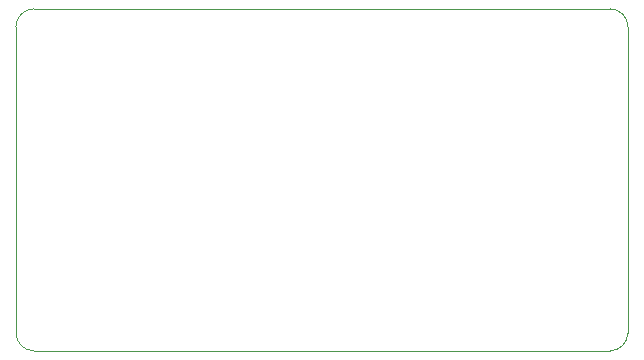
<source format=gbr>
%TF.GenerationSoftware,KiCad,Pcbnew,7.0.9*%
%TF.CreationDate,2023-12-17T12:43:31-08:00*%
%TF.ProjectId,bt_aux,62745f61-7578-42e6-9b69-6361645f7063,rev?*%
%TF.SameCoordinates,Original*%
%TF.FileFunction,Profile,NP*%
%FSLAX46Y46*%
G04 Gerber Fmt 4.6, Leading zero omitted, Abs format (unit mm)*
G04 Created by KiCad (PCBNEW 7.0.9) date 2023-12-17 12:43:31*
%MOMM*%
%LPD*%
G01*
G04 APERTURE LIST*
%TA.AperFunction,Profile*%
%ADD10C,0.100000*%
%TD*%
G04 APERTURE END LIST*
D10*
X170180000Y-118618000D02*
X170434000Y-118618000D01*
X171958000Y-91186000D02*
G75*
G03*
X170434000Y-89662000I-1524000J0D01*
G01*
X170434000Y-89662000D02*
X121666000Y-89662000D01*
X171958000Y-116840000D02*
X171958000Y-117094000D01*
X120142000Y-91186000D02*
X120142000Y-117094000D01*
X121666000Y-118618000D02*
X170180000Y-118618000D01*
X120142000Y-117094000D02*
G75*
G03*
X121666000Y-118618000I1524000J0D01*
G01*
X171958000Y-116840000D02*
X171958000Y-91186000D01*
X121666000Y-89662000D02*
G75*
G03*
X120142000Y-91186000I0J-1524000D01*
G01*
X170434000Y-118618000D02*
G75*
G03*
X171958000Y-117094000I0J1524000D01*
G01*
M02*

</source>
